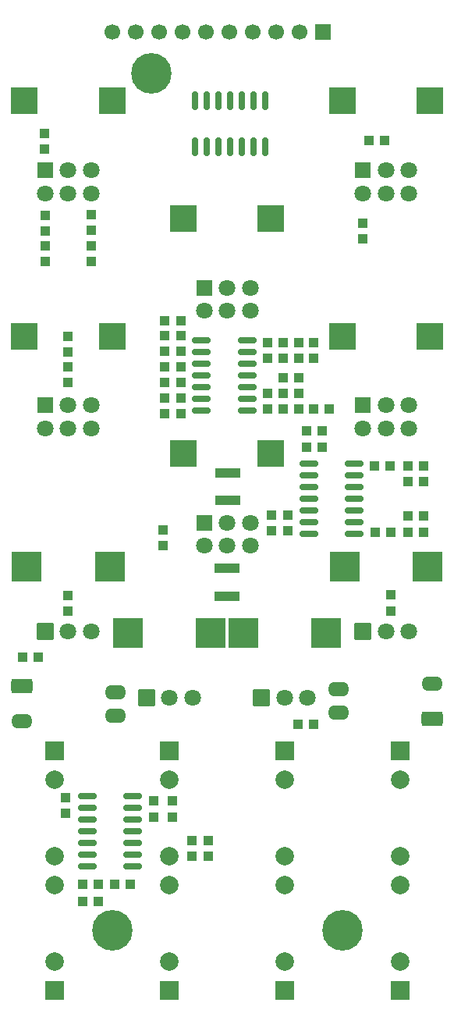
<source format=gbr>
%TF.GenerationSoftware,KiCad,Pcbnew,9.0.7*%
%TF.CreationDate,2026-01-03T22:14:51-05:00*%
%TF.ProjectId,lichen-crustose-control-board,6c696368-656e-42d6-9372-7573746f7365,1.0*%
%TF.SameCoordinates,Original*%
%TF.FileFunction,Soldermask,Bot*%
%TF.FilePolarity,Negative*%
%FSLAX46Y46*%
G04 Gerber Fmt 4.6, Leading zero omitted, Abs format (unit mm)*
G04 Created by KiCad (PCBNEW 9.0.7) date 2026-01-03 22:14:51*
%MOMM*%
%LPD*%
G01*
G04 APERTURE LIST*
G04 Aperture macros list*
%AMRoundRect*
0 Rectangle with rounded corners*
0 $1 Rounding radius*
0 $2 $3 $4 $5 $6 $7 $8 $9 X,Y pos of 4 corners*
0 Add a 4 corners polygon primitive as box body*
4,1,4,$2,$3,$4,$5,$6,$7,$8,$9,$2,$3,0*
0 Add four circle primitives for the rounded corners*
1,1,$1+$1,$2,$3*
1,1,$1+$1,$4,$5*
1,1,$1+$1,$6,$7*
1,1,$1+$1,$8,$9*
0 Add four rect primitives between the rounded corners*
20,1,$1+$1,$2,$3,$4,$5,0*
20,1,$1+$1,$4,$5,$6,$7,0*
20,1,$1+$1,$6,$7,$8,$9,0*
20,1,$1+$1,$8,$9,$2,$3,0*%
G04 Aperture macros list end*
%ADD10RoundRect,0.076200X-1.558000X1.558000X-1.558000X-1.558000X1.558000X-1.558000X1.558000X1.558000X0*%
%ADD11RoundRect,0.076200X-0.825000X0.825000X-0.825000X-0.825000X0.825000X-0.825000X0.825000X0.825000X0*%
%ADD12C,1.802400*%
%ADD13RoundRect,0.076200X-1.400000X1.400000X-1.400000X-1.400000X1.400000X-1.400000X1.400000X1.400000X0*%
%ADD14R,1.800000X1.800000*%
%ADD15C,1.800000*%
%ADD16R,2.000000X2.000000*%
%ADD17C,2.000000*%
%ADD18C,4.400000*%
%ADD19R,1.000000X1.000000*%
%ADD20RoundRect,0.150000X0.825000X0.150000X-0.825000X0.150000X-0.825000X-0.150000X0.825000X-0.150000X0*%
%ADD21RoundRect,0.249630X0.895370X0.535370X-0.895370X0.535370X-0.895370X-0.535370X0.895370X-0.535370X0*%
%ADD22O,2.290000X1.570000*%
%ADD23R,2.700000X1.070000*%
%ADD24RoundRect,0.249630X-0.895370X-0.535370X0.895370X-0.535370X0.895370X0.535370X-0.895370X0.535370X0*%
%ADD25RoundRect,0.150000X-0.150000X0.825000X-0.150000X-0.825000X0.150000X-0.825000X0.150000X0.825000X0*%
%ADD26R,1.700000X1.700000*%
%ADD27C,1.700000*%
G04 APERTURE END LIST*
D10*
%TO.C,RV5*%
X114500000Y-177700000D03*
X123500000Y-177700000D03*
D11*
X116500000Y-184700000D03*
D12*
X119000000Y-184700000D03*
X121500000Y-184700000D03*
%TD*%
D13*
%TO.C,RV8*%
X120500000Y-132750000D03*
X130000000Y-132750000D03*
D14*
X122750000Y-140250000D03*
D15*
X125250000Y-140250000D03*
X127750000Y-140250000D03*
X122750000Y-142750000D03*
X125250000Y-142750000D03*
X127750000Y-142750000D03*
%TD*%
D16*
%TO.C,J8*%
X144000000Y-216480000D03*
D17*
X144000000Y-205080000D03*
X144000000Y-213380000D03*
%TD*%
D16*
%TO.C,J3*%
X106500000Y-216480000D03*
D17*
X106500000Y-205080000D03*
X106500000Y-213380000D03*
%TD*%
D13*
%TO.C,RV4*%
X137750000Y-120000000D03*
X147250000Y-120000000D03*
D14*
X140000000Y-127500000D03*
D15*
X142500000Y-127500000D03*
X145000000Y-127500000D03*
X140000000Y-130000000D03*
X142500000Y-130000000D03*
X145000000Y-130000000D03*
%TD*%
D10*
%TO.C,RV2*%
X138000000Y-170500000D03*
X147000000Y-170500000D03*
D11*
X140000000Y-177500000D03*
D12*
X142500000Y-177500000D03*
X145000000Y-177500000D03*
%TD*%
D13*
%TO.C,RV10*%
X103250000Y-145500000D03*
X112750000Y-145500000D03*
D14*
X105500000Y-153000000D03*
D15*
X108000000Y-153000000D03*
X110500000Y-153000000D03*
X105500000Y-155500000D03*
X108000000Y-155500000D03*
X110500000Y-155500000D03*
%TD*%
D16*
%TO.C,J2*%
X119000000Y-190520000D03*
D17*
X119000000Y-201920000D03*
X119000000Y-193620000D03*
%TD*%
D13*
%TO.C,RV6*%
X120500000Y-158250000D03*
X130000000Y-158250000D03*
D14*
X122750000Y-165750000D03*
D15*
X125250000Y-165750000D03*
X127750000Y-165750000D03*
X122750000Y-168250000D03*
X125250000Y-168250000D03*
X127750000Y-168250000D03*
%TD*%
D16*
%TO.C,J1*%
X106500000Y-190520000D03*
D17*
X106500000Y-201920000D03*
X106500000Y-193620000D03*
%TD*%
D16*
%TO.C,J6*%
X131500000Y-216480000D03*
D17*
X131500000Y-205080000D03*
X131500000Y-213380000D03*
%TD*%
D13*
%TO.C,RV3*%
X103250000Y-120000000D03*
X112750000Y-120000000D03*
D14*
X105500000Y-127500000D03*
D15*
X108000000Y-127500000D03*
X110500000Y-127500000D03*
X105500000Y-130000000D03*
X108000000Y-130000000D03*
X110500000Y-130000000D03*
%TD*%
D13*
%TO.C,RV9*%
X137750000Y-145500000D03*
X147250000Y-145500000D03*
D14*
X140000000Y-153000000D03*
D15*
X142500000Y-153000000D03*
X145000000Y-153000000D03*
X140000000Y-155500000D03*
X142500000Y-155500000D03*
X145000000Y-155500000D03*
%TD*%
D16*
%TO.C,J5*%
X131500000Y-190520000D03*
D17*
X131500000Y-201920000D03*
X131500000Y-193620000D03*
%TD*%
D16*
%TO.C,J4*%
X119000000Y-216480000D03*
D17*
X119000000Y-205080000D03*
X119000000Y-213380000D03*
%TD*%
D10*
%TO.C,RV7*%
X127000000Y-177700000D03*
X136000000Y-177700000D03*
D11*
X129000000Y-184700000D03*
D12*
X131500000Y-184700000D03*
X134000000Y-184700000D03*
%TD*%
D18*
%TO.C,H3*%
X117000000Y-117000000D03*
%TD*%
D16*
%TO.C,J7*%
X144000000Y-190520000D03*
D17*
X144000000Y-201920000D03*
X144000000Y-193620000D03*
%TD*%
D10*
%TO.C,RV1*%
X103500000Y-170500000D03*
X112500000Y-170500000D03*
D11*
X105500000Y-177500000D03*
D12*
X108000000Y-177500000D03*
X110500000Y-177500000D03*
%TD*%
D19*
%TO.C,C10*%
X135575000Y-155800000D03*
X133875000Y-155800000D03*
%TD*%
D20*
%TO.C,OP3*%
X127425000Y-145990000D03*
X127425000Y-147260000D03*
X127425000Y-148530000D03*
X127425000Y-149800000D03*
X127425000Y-151070000D03*
X127425000Y-152340000D03*
X127425000Y-153610000D03*
X122475000Y-153610000D03*
X122475000Y-152340000D03*
X122475000Y-151070000D03*
X122475000Y-149800000D03*
X122475000Y-148530000D03*
X122475000Y-147260000D03*
X122475000Y-145990000D03*
%TD*%
D19*
%TO.C,R25*%
X134650000Y-147900000D03*
X134650000Y-146200000D03*
%TD*%
%TO.C,R15*%
X132950000Y-187600000D03*
X134650000Y-187600000D03*
%TD*%
%TO.C,C6*%
X118500000Y-147150000D03*
X118500000Y-145450000D03*
%TD*%
%TO.C,C9*%
X130100000Y-164900000D03*
X130100000Y-166600000D03*
%TD*%
%TO.C,R18*%
X133050000Y-151700000D03*
X133050000Y-153400000D03*
%TD*%
%TO.C,R6*%
X123200000Y-200250000D03*
X123200000Y-201950000D03*
%TD*%
%TO.C,R8*%
X107750000Y-197300000D03*
X107750000Y-195600000D03*
%TD*%
%TO.C,R36*%
X108000000Y-150550000D03*
X108000000Y-148850000D03*
%TD*%
D21*
%TO.C,U1*%
X147500000Y-187000000D03*
D22*
X147500000Y-183190000D03*
X137340000Y-183830000D03*
X137340000Y-186360000D03*
%TD*%
D19*
%TO.C,R26*%
X133000000Y-147900000D03*
X133000000Y-146200000D03*
%TD*%
D23*
%TO.C,C2*%
X125250000Y-170695000D03*
X125250000Y-173705000D03*
%TD*%
D19*
%TO.C,R14*%
X140000000Y-134950000D03*
X140000000Y-133250000D03*
%TD*%
%TO.C,R7*%
X111250000Y-205000000D03*
X109550000Y-205000000D03*
%TD*%
%TO.C,R40*%
X110500000Y-132300000D03*
X110500000Y-134000000D03*
%TD*%
%TO.C,R3*%
X109550000Y-206800000D03*
X111250000Y-206800000D03*
%TD*%
%TO.C,C4*%
X118500000Y-152250000D03*
X118500000Y-153950000D03*
%TD*%
%TO.C,R35*%
X110500000Y-137400000D03*
X110500000Y-135700000D03*
%TD*%
%TO.C,C7*%
X146550000Y-161250000D03*
X146550000Y-159550000D03*
%TD*%
%TO.C,R4*%
X114750000Y-205000000D03*
X113050000Y-205000000D03*
%TD*%
D20*
%TO.C,OP4*%
X139050000Y-159340000D03*
X139050000Y-160610000D03*
X139050000Y-161880000D03*
X139050000Y-163150000D03*
X139050000Y-164420000D03*
X139050000Y-165690000D03*
X139050000Y-166960000D03*
X134100000Y-166960000D03*
X134100000Y-165690000D03*
X134100000Y-164420000D03*
X134100000Y-163150000D03*
X134100000Y-161880000D03*
X134100000Y-160610000D03*
X134100000Y-159340000D03*
%TD*%
D19*
%TO.C,R24*%
X120200000Y-152250000D03*
X120200000Y-153950000D03*
%TD*%
%TO.C,R34*%
X141350000Y-166750000D03*
X143050000Y-166750000D03*
%TD*%
%TO.C,R31*%
X144850000Y-161250000D03*
X144850000Y-159550000D03*
%TD*%
%TO.C,R23*%
X129600000Y-147900000D03*
X129600000Y-146200000D03*
%TD*%
%TO.C,R16*%
X104750000Y-180350000D03*
X103050000Y-180350000D03*
%TD*%
%TO.C,R9*%
X105450000Y-123500000D03*
X105450000Y-125200000D03*
%TD*%
D24*
%TO.C,U2*%
X103000000Y-183500000D03*
D22*
X103000000Y-187310000D03*
X113160000Y-186670000D03*
X113160000Y-184140000D03*
%TD*%
D19*
%TO.C,R20*%
X118300000Y-168250000D03*
X118300000Y-166550000D03*
%TD*%
%TO.C,R30*%
X120200000Y-147150000D03*
X120200000Y-145450000D03*
%TD*%
D18*
%TO.C,H2*%
X137750000Y-210000000D03*
%TD*%
D20*
%TO.C,OP1*%
X115000000Y-195400000D03*
X115000000Y-196670000D03*
X115000000Y-197940000D03*
X115000000Y-199210000D03*
X115000000Y-200480000D03*
X115000000Y-201750000D03*
X115000000Y-203020000D03*
X110050000Y-203020000D03*
X110050000Y-201750000D03*
X110050000Y-200480000D03*
X110050000Y-199210000D03*
X110050000Y-197940000D03*
X110050000Y-196670000D03*
X110050000Y-195400000D03*
%TD*%
D23*
%TO.C,C1*%
X125300000Y-163355000D03*
X125300000Y-160345000D03*
%TD*%
D19*
%TO.C,C3*%
X131300000Y-147900000D03*
X131300000Y-146200000D03*
%TD*%
%TO.C,R28*%
X118500000Y-148800000D03*
X120200000Y-148800000D03*
%TD*%
%TO.C,R13*%
X142350000Y-124300000D03*
X140650000Y-124300000D03*
%TD*%
%TO.C,R19*%
X105500000Y-135700000D03*
X105500000Y-137400000D03*
%TD*%
%TO.C,R33*%
X141275000Y-159550000D03*
X142975000Y-159550000D03*
%TD*%
%TO.C,R38*%
X135550000Y-157600000D03*
X133850000Y-157600000D03*
%TD*%
%TO.C,R12*%
X108000000Y-175350000D03*
X108000000Y-173650000D03*
%TD*%
%TO.C,C5*%
X131350000Y-151700000D03*
X131350000Y-153400000D03*
%TD*%
%TO.C,R29*%
X129600000Y-151700000D03*
X129600000Y-153400000D03*
%TD*%
D25*
%TO.C,OP2*%
X121740000Y-119975000D03*
X123010000Y-119975000D03*
X124280000Y-119975000D03*
X125550000Y-119975000D03*
X126820000Y-119975000D03*
X128090000Y-119975000D03*
X129360000Y-119975000D03*
X129360000Y-124925000D03*
X128090000Y-124925000D03*
X126820000Y-124925000D03*
X125550000Y-124925000D03*
X124280000Y-124925000D03*
X123010000Y-124925000D03*
X121740000Y-124925000D03*
%TD*%
D18*
%TO.C,H1*%
X112750000Y-210000000D03*
%TD*%
D19*
%TO.C,C8*%
X146550000Y-166750000D03*
X146550000Y-165050000D03*
%TD*%
%TO.C,R2*%
X121400000Y-201950000D03*
X121400000Y-200250000D03*
%TD*%
%TO.C,R37*%
X131800000Y-164900000D03*
X131800000Y-166600000D03*
%TD*%
%TO.C,R32*%
X144850000Y-165050000D03*
X144850000Y-166750000D03*
%TD*%
D26*
%TO.C,CONN1*%
X135650000Y-112500000D03*
D27*
X133110000Y-112500000D03*
X130570000Y-112500000D03*
X128030000Y-112500000D03*
X125490000Y-112500000D03*
X122950000Y-112500000D03*
X120410000Y-112500000D03*
X117870000Y-112500000D03*
X115330000Y-112500000D03*
X112790000Y-112500000D03*
%TD*%
D19*
%TO.C,R39*%
X108000000Y-145500000D03*
X108000000Y-147200000D03*
%TD*%
%TO.C,R22*%
X118500000Y-150500000D03*
X120200000Y-150500000D03*
%TD*%
%TO.C,R5*%
X117300000Y-197650000D03*
X117300000Y-195950000D03*
%TD*%
%TO.C,R17*%
X133000000Y-150000000D03*
X131300000Y-150000000D03*
%TD*%
%TO.C,R10*%
X105500000Y-134100000D03*
X105500000Y-132400000D03*
%TD*%
%TO.C,R21*%
X136350000Y-153400000D03*
X134650000Y-153400000D03*
%TD*%
%TO.C,R27*%
X120200000Y-143800000D03*
X118500000Y-143800000D03*
%TD*%
%TO.C,R11*%
X143000000Y-175300000D03*
X143000000Y-173600000D03*
%TD*%
%TO.C,R1*%
X119350000Y-195950000D03*
X119350000Y-197650000D03*
%TD*%
M02*

</source>
